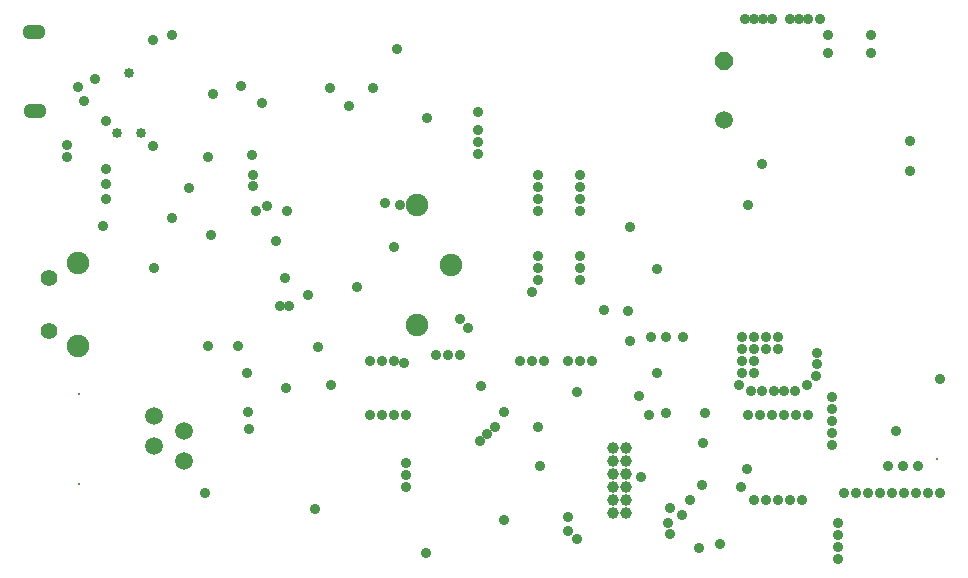
<source format=gbs>
G04*
G04 #@! TF.GenerationSoftware,Altium Limited,Altium Designer,21.5.1 (32)*
G04*
G04 Layer_Color=16711935*
%FSLAX25Y25*%
%MOIN*%
G70*
G04*
G04 #@! TF.SameCoordinates,FA076E1F-1FF3-4579-943B-07A78E15B8C1*
G04*
G04*
G04 #@! TF.FilePolarity,Negative*
G04*
G01*
G75*
%ADD72C,0.03950*%
%ADD87C,0.07493*%
%ADD88P,0.06406X8X112.5*%
%ADD89C,0.05918*%
%ADD90C,0.05512*%
%ADD91C,0.07480*%
%ADD92C,0.03347*%
%ADD93C,0.00800*%
G04:AMPARAMS|DCode=94|XSize=43.43mil|YSize=70.99mil|CornerRadius=12.86mil|HoleSize=0mil|Usage=FLASHONLY|Rotation=270.000|XOffset=0mil|YOffset=0mil|HoleType=Round|Shape=RoundedRectangle|*
%AMROUNDEDRECTD94*
21,1,0.04343,0.04528,0,0,270.0*
21,1,0.01772,0.07099,0,0,270.0*
1,1,0.02572,-0.02264,-0.00886*
1,1,0.02572,-0.02264,0.00886*
1,1,0.02572,0.02264,0.00886*
1,1,0.02572,0.02264,-0.00886*
%
%ADD94ROUNDEDRECTD94*%
%ADD95C,0.03600*%
D72*
X198949Y46811D02*
D03*
X203279D02*
D03*
X198949Y42480D02*
D03*
X203279D02*
D03*
X198949Y38150D02*
D03*
X203279D02*
D03*
X198949Y33819D02*
D03*
X203279D02*
D03*
X198949Y29488D02*
D03*
X203279D02*
D03*
X198949Y25157D02*
D03*
X203279D02*
D03*
D87*
X133622Y88000D02*
D03*
Y128000D02*
D03*
X145000Y108000D02*
D03*
D88*
X236000Y175842D02*
D03*
D89*
Y156158D02*
D03*
X56000Y42500D02*
D03*
X46000Y47500D02*
D03*
X56000Y52500D02*
D03*
X46000Y57500D02*
D03*
D90*
X11000Y86000D02*
D03*
Y103717D02*
D03*
D91*
X20803Y81059D02*
D03*
Y108658D02*
D03*
D92*
X37500Y172000D02*
D03*
X41500Y152000D02*
D03*
X33500D02*
D03*
D93*
X21000Y35000D02*
D03*
Y65000D02*
D03*
X307087Y43307D02*
D03*
D94*
X6000Y185592D02*
D03*
X6197Y159400D02*
D03*
D95*
X46000Y107000D02*
D03*
X65000Y118000D02*
D03*
X168000Y76000D02*
D03*
X196000Y93000D02*
D03*
X172000Y99000D02*
D03*
X129318Y75318D02*
D03*
X126000Y114000D02*
D03*
X128000Y128000D02*
D03*
X122937Y128469D02*
D03*
X248602Y141500D02*
D03*
X244000Y128000D02*
D03*
X243000Y190000D02*
D03*
X246000D02*
D03*
X249000D02*
D03*
X252000D02*
D03*
X268000D02*
D03*
X264000D02*
D03*
X261000D02*
D03*
X258000D02*
D03*
X153900Y145000D02*
D03*
Y149000D02*
D03*
Y159000D02*
D03*
Y153000D02*
D03*
X148000Y90000D02*
D03*
X211000Y58000D02*
D03*
X208454Y37214D02*
D03*
X211500Y84013D02*
D03*
X174500Y41000D02*
D03*
X204500Y82500D02*
D03*
X187000Y65656D02*
D03*
X192000Y76000D02*
D03*
X207732Y64268D02*
D03*
X174000Y54000D02*
D03*
X217888Y18201D02*
D03*
X216500Y58500D02*
D03*
X218100Y27028D02*
D03*
X90000Y67000D02*
D03*
X105000Y68000D02*
D03*
X187000Y16487D02*
D03*
X184000Y24000D02*
D03*
Y19276D02*
D03*
X174000Y126000D02*
D03*
Y130000D02*
D03*
Y134000D02*
D03*
X157096Y51596D02*
D03*
X217455Y21955D02*
D03*
X222000Y24500D02*
D03*
X224500Y29500D02*
D03*
X154692Y49192D02*
D03*
X159500Y54000D02*
D03*
X267000Y78500D02*
D03*
X266500Y71000D02*
D03*
X263500Y68000D02*
D03*
X259500Y66000D02*
D03*
X227487Y13500D02*
D03*
X234527Y15072D02*
D03*
X241000Y68000D02*
D03*
X229500Y58500D02*
D03*
X293298Y52702D02*
D03*
X285000Y184500D02*
D03*
Y178500D02*
D03*
X45756Y183000D02*
D03*
X148000Y78000D02*
D03*
X150500Y87000D02*
D03*
X162500Y59000D02*
D03*
X174000Y103000D02*
D03*
X90328Y125828D02*
D03*
X86500Y116000D02*
D03*
X89714Y103715D02*
D03*
X97362Y98000D02*
D03*
X213634Y72000D02*
D03*
X222378Y83878D02*
D03*
X216675Y83825D02*
D03*
X267000Y75000D02*
D03*
X243500Y40000D02*
D03*
X245000Y66000D02*
D03*
X248500D02*
D03*
X252500D02*
D03*
X256000D02*
D03*
X244007Y57993D02*
D03*
X229000Y48500D02*
D03*
X228500Y34500D02*
D03*
X162500Y23000D02*
D03*
X241547Y34000D02*
D03*
X65518Y165018D02*
D03*
X52000Y184500D02*
D03*
X78732Y144732D02*
D03*
X270500Y178500D02*
D03*
Y184500D02*
D03*
X174000Y107000D02*
D03*
X276000Y32000D02*
D03*
X280000D02*
D03*
X155000Y67500D02*
D03*
X298000Y139370D02*
D03*
Y149213D02*
D03*
X174000Y111000D02*
D03*
X204000Y92500D02*
D03*
X204500Y120500D02*
D03*
X188000Y111000D02*
D03*
X213500Y106500D02*
D03*
X188000Y103000D02*
D03*
X272000Y48000D02*
D03*
Y52000D02*
D03*
Y56000D02*
D03*
X308000Y32000D02*
D03*
X304000D02*
D03*
X300000D02*
D03*
X296000D02*
D03*
X292000D02*
D03*
X288000D02*
D03*
X284000D02*
D03*
X300500Y41000D02*
D03*
X295500D02*
D03*
X290500D02*
D03*
X144000Y78000D02*
D03*
X130000Y58000D02*
D03*
X126000D02*
D03*
X122000D02*
D03*
X118000D02*
D03*
X126000Y76000D02*
D03*
X122000D02*
D03*
X118000D02*
D03*
X140000Y78000D02*
D03*
X130000Y34000D02*
D03*
Y38000D02*
D03*
Y42000D02*
D03*
X242000Y84000D02*
D03*
Y72000D02*
D03*
Y76000D02*
D03*
Y80000D02*
D03*
X246000Y84000D02*
D03*
X250000D02*
D03*
X254000D02*
D03*
Y80000D02*
D03*
X250000D02*
D03*
X246000D02*
D03*
Y72000D02*
D03*
Y76000D02*
D03*
X250000Y29650D02*
D03*
X262000D02*
D03*
X254000D02*
D03*
X246000D02*
D03*
X258000D02*
D03*
X188000Y76000D02*
D03*
X184000D02*
D03*
X176000D02*
D03*
X172000D02*
D03*
X188000Y126000D02*
D03*
Y130000D02*
D03*
Y134000D02*
D03*
Y138000D02*
D03*
X174000D02*
D03*
X188000Y107000D02*
D03*
X308000Y70000D02*
D03*
X274000Y22000D02*
D03*
Y10000D02*
D03*
Y14000D02*
D03*
X272000Y60000D02*
D03*
Y64000D02*
D03*
X274000Y18000D02*
D03*
X264000Y58000D02*
D03*
X260000D02*
D03*
X256000D02*
D03*
X252000D02*
D03*
X248000D02*
D03*
X136744Y12000D02*
D03*
X83617Y127774D02*
D03*
X113500Y100500D02*
D03*
X99528Y26528D02*
D03*
X77138Y71862D02*
D03*
X77362Y58862D02*
D03*
X77638Y53138D02*
D03*
X63000Y32000D02*
D03*
X100500Y80500D02*
D03*
X52000Y123500D02*
D03*
X45500Y147500D02*
D03*
X30000Y156000D02*
D03*
X57518Y133518D02*
D03*
X22500Y162500D02*
D03*
X26482Y170018D02*
D03*
X64000Y144000D02*
D03*
X78929Y134374D02*
D03*
X104500Y167000D02*
D03*
X111015Y160987D02*
D03*
X74862Y167638D02*
D03*
X64000Y81000D02*
D03*
X74000D02*
D03*
X90862Y94138D02*
D03*
X87862D02*
D03*
X137000Y157000D02*
D03*
X79000Y138000D02*
D03*
X81945Y161945D02*
D03*
X119000Y167000D02*
D03*
X127000Y180000D02*
D03*
X80102Y126102D02*
D03*
X29000Y121000D02*
D03*
X30000Y140000D02*
D03*
Y135000D02*
D03*
Y130000D02*
D03*
X20600Y167400D02*
D03*
X17000Y144000D02*
D03*
Y148000D02*
D03*
M02*

</source>
